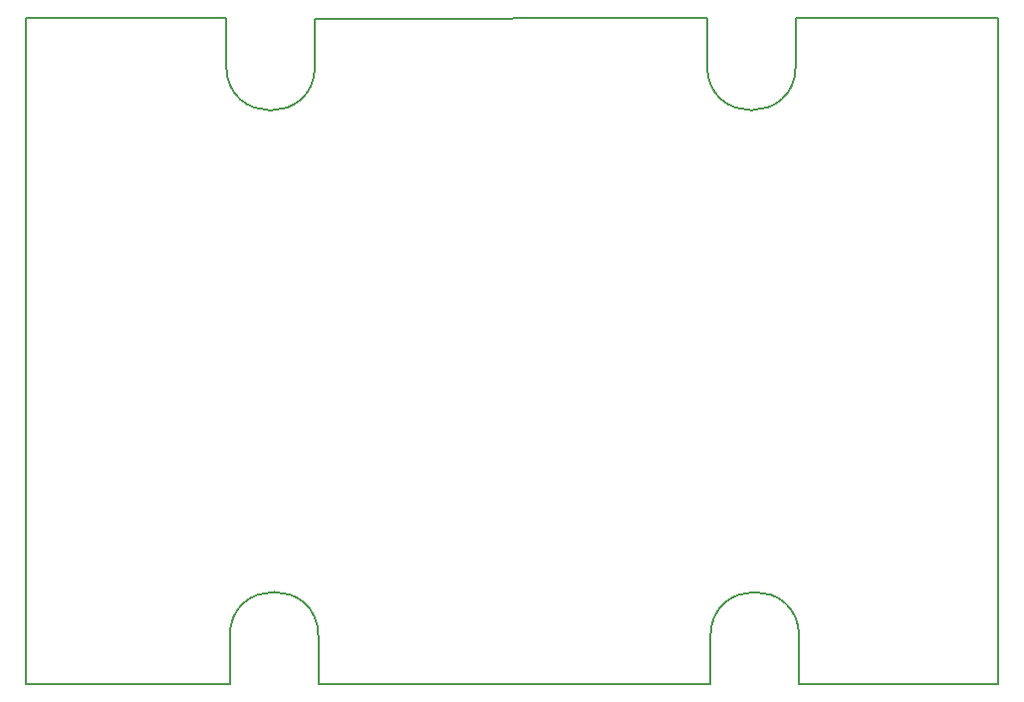
<source format=gbr>
%TF.GenerationSoftware,KiCad,Pcbnew,8.0.7*%
%TF.CreationDate,2025-02-17T10:06:15+01:00*%
%TF.ProjectId,Mail-box,4d61696c-2d62-46f7-982e-6b696361645f,rev?*%
%TF.SameCoordinates,Original*%
%TF.FileFunction,Profile,NP*%
%FSLAX46Y46*%
G04 Gerber Fmt 4.6, Leading zero omitted, Abs format (unit mm)*
G04 Created by KiCad (PCBNEW 8.0.7) date 2025-02-17 10:06:15*
%MOMM*%
%LPD*%
G01*
G04 APERTURE LIST*
%TA.AperFunction,Profile*%
%ADD10C,0.200000*%
%TD*%
G04 APERTURE END LIST*
D10*
X137279120Y-122460880D02*
X137279120Y-126514871D01*
X96419119Y-122450880D02*
X96419119Y-126504871D01*
X79065000Y-126525000D02*
X96419119Y-126504871D01*
X137279120Y-122460880D02*
G75*
G02*
X144810882Y-122460880I3765881J-2D01*
G01*
X96129120Y-73979120D02*
X96129120Y-69914366D01*
X79065000Y-69915000D02*
X79065000Y-126525000D01*
X96135000Y-69915000D02*
X79065000Y-69915000D01*
X144810881Y-122460880D02*
X144810881Y-126525634D01*
X144525000Y-73965000D02*
G75*
G02*
X136993240Y-73965000I-3765880J0D01*
G01*
X144810881Y-126525634D02*
X161735000Y-126525000D01*
X136993239Y-69900246D02*
X103660881Y-69925129D01*
X136993239Y-73965000D02*
X136993239Y-69900246D01*
X103955000Y-126515000D02*
X137279120Y-126514871D01*
X161725000Y-69915000D02*
X161735000Y-126525000D01*
X103950880Y-122450880D02*
X103950880Y-126515634D01*
X96419119Y-122450880D02*
G75*
G02*
X103950881Y-122450880I3765881J-1D01*
G01*
X144525000Y-73965000D02*
X144525000Y-69911009D01*
X103660881Y-73979120D02*
G75*
G02*
X96129121Y-73979120I-3765880J0D01*
G01*
X161725000Y-69915000D02*
X144525000Y-69915000D01*
X103660881Y-73979120D02*
X103660881Y-69925129D01*
M02*

</source>
